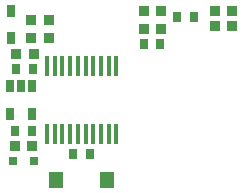
<source format=gtp>
%TF.GenerationSoftware,KiCad,Pcbnew,9.0.0*%
%TF.CreationDate,2025-04-22T13:37:35+01:00*%
%TF.ProjectId,vm_rotary_button_0.3,766d5f72-6f74-4617-9279-5f627574746f,v0.3*%
%TF.SameCoordinates,PX5742de0PY47868c0*%
%TF.FileFunction,Paste,Top*%
%TF.FilePolarity,Positive*%
%FSLAX45Y45*%
G04 Gerber Fmt 4.5, Leading zero omitted, Abs format (unit mm)*
G04 Created by KiCad (PCBNEW 9.0.0) date 2025-04-22 13:37:35*
%MOMM*%
%LPD*%
G01*
G04 APERTURE LIST*
%ADD10R,0.860000X0.810000*%
%ADD11R,0.700000X1.000000*%
%ADD12R,0.800000X0.800000*%
%ADD13R,0.810000X0.860000*%
%ADD14R,0.800000X0.900000*%
%ADD15O,0.360000X1.740000*%
%ADD16R,1.230000X1.360000*%
%ADD17R,0.750000X1.000000*%
G04 APERTURE END LIST*
D10*
%TO.C,R7*%
X-920000Y525000D03*
X-920000Y675000D03*
%TD*%
D11*
%TO.C,U2*%
X-1065000Y120000D03*
X-1160000Y120000D03*
X-1255000Y120000D03*
X-1255000Y-120000D03*
X-1065000Y-120000D03*
%TD*%
D12*
%TO.C,D1*%
X-1055000Y-520000D03*
X-1225000Y-520000D03*
%TD*%
D10*
%TO.C,R6*%
X-1080000Y525000D03*
X-1080000Y675000D03*
%TD*%
D13*
%TO.C,R13*%
X-122900Y600000D03*
X27100Y600000D03*
%TD*%
D14*
%TO.C,C3*%
X-1070000Y-260000D03*
X-1210000Y-260000D03*
%TD*%
D15*
%TO.C,U1*%
X-941000Y-287000D03*
X-876000Y-287000D03*
X-811000Y-287000D03*
X-746000Y-287000D03*
X-680000Y-287000D03*
X-615000Y-287000D03*
X-550000Y-287000D03*
X-485000Y-287000D03*
X-420000Y-287000D03*
X-355000Y-287000D03*
X-355000Y287000D03*
X-420000Y287000D03*
X-485000Y287000D03*
X-550000Y287000D03*
X-615000Y287000D03*
X-680000Y287000D03*
X-746000Y287000D03*
X-811000Y287000D03*
X-876000Y287000D03*
X-941000Y287000D03*
%TD*%
D13*
%TO.C,R12*%
X-122900Y750000D03*
X27100Y750000D03*
%TD*%
D14*
%TO.C,C5*%
X17000Y475000D03*
X-123000Y475000D03*
%TD*%
D16*
%TO.C,SW1*%
X-430000Y-680000D03*
X-866000Y-680000D03*
%TD*%
D13*
%TO.C,R10*%
X627100Y625000D03*
X477100Y625000D03*
%TD*%
%TO.C,R11*%
X627100Y750000D03*
X477100Y750000D03*
%TD*%
%TO.C,R5*%
X-1055000Y390000D03*
X-1205000Y390000D03*
%TD*%
D14*
%TO.C,C1*%
X-720000Y-460000D03*
X-580000Y-460000D03*
%TD*%
%TO.C,C2*%
X-1060000Y260000D03*
X-1200000Y260000D03*
%TD*%
D13*
%TO.C,R1*%
X-1065000Y-390000D03*
X-1215000Y-390000D03*
%TD*%
D14*
%TO.C,C4*%
X162000Y700000D03*
X302000Y700000D03*
%TD*%
D17*
%TO.C,D2*%
X-1250000Y757000D03*
X-1250000Y523000D03*
%TD*%
M02*

</source>
